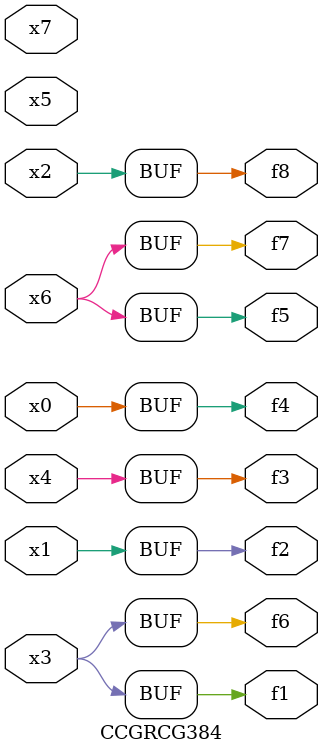
<source format=v>
module CCGRCG384(
	input x0, x1, x2, x3, x4, x5, x6, x7,
	output f1, f2, f3, f4, f5, f6, f7, f8
);
	assign f1 = x3;
	assign f2 = x1;
	assign f3 = x4;
	assign f4 = x0;
	assign f5 = x6;
	assign f6 = x3;
	assign f7 = x6;
	assign f8 = x2;
endmodule

</source>
